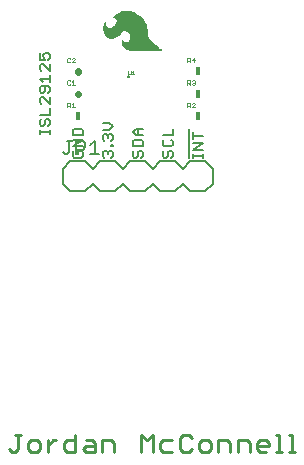
<source format=gbr>
G04 EAGLE Gerber RS-274X export*
G75*
%MOMM*%
%FSLAX34Y34*%
%LPD*%
%INSilkscreen Top*%
%IPPOS*%
%AMOC8*
5,1,8,0,0,1.08239X$1,22.5*%
G01*
%ADD10C,0.152400*%
%ADD11C,0.279400*%
%ADD12C,0.075000*%
%ADD13C,0.025400*%
%ADD14C,0.558800*%
%ADD15R,0.457200X0.762000*%
%ADD16C,0.203200*%
%ADD17C,0.127000*%

G36*
X110332Y119067D02*
X110332Y119067D01*
X110334Y119067D01*
X110334Y119068D01*
X110335Y119069D01*
X110333Y119072D01*
X110332Y119074D01*
X110133Y119174D01*
X109734Y119574D01*
X109733Y119574D01*
X109033Y120174D01*
X108133Y120874D01*
X107133Y121774D01*
X105933Y122774D01*
X104733Y123874D01*
X103433Y125074D01*
X102033Y126374D01*
X100733Y127474D01*
X99634Y128573D01*
X98734Y129573D01*
X98034Y130573D01*
X97535Y131672D01*
X97235Y132771D01*
X97235Y136670D01*
X97235Y136671D01*
X96935Y139071D01*
X96335Y141271D01*
X96334Y141272D01*
X96335Y141272D01*
X95435Y143272D01*
X95434Y143272D01*
X95434Y143273D01*
X94234Y145173D01*
X92934Y146873D01*
X92933Y146873D01*
X92933Y146874D01*
X91333Y148374D01*
X89533Y149774D01*
X89532Y149774D01*
X85832Y151674D01*
X85831Y151675D01*
X82231Y152675D01*
X82231Y152674D01*
X82230Y152675D01*
X82167Y152679D01*
X82166Y152679D01*
X82080Y152684D01*
X82079Y152684D01*
X81993Y152689D01*
X81992Y152689D01*
X81906Y152694D01*
X81905Y152694D01*
X81819Y152698D01*
X81819Y152699D01*
X81732Y152703D01*
X81645Y152708D01*
X81558Y152713D01*
X81471Y152718D01*
X81384Y152723D01*
X81297Y152728D01*
X81210Y152733D01*
X81123Y152738D01*
X81036Y152743D01*
X80949Y152748D01*
X80862Y152753D01*
X80775Y152758D01*
X80688Y152763D01*
X80601Y152768D01*
X80514Y152773D01*
X80428Y152778D01*
X80427Y152778D01*
X80341Y152783D01*
X80340Y152783D01*
X80254Y152788D01*
X80253Y152788D01*
X80167Y152793D01*
X80166Y152793D01*
X80080Y152798D01*
X80079Y152798D01*
X79993Y152803D01*
X79992Y152803D01*
X79906Y152808D01*
X79819Y152813D01*
X79732Y152818D01*
X79645Y152823D01*
X79558Y152828D01*
X79471Y152833D01*
X79384Y152838D01*
X79297Y152843D01*
X79210Y152848D01*
X79123Y152853D01*
X79036Y152857D01*
X79036Y152858D01*
X78949Y152862D01*
X78862Y152867D01*
X78775Y152872D01*
X78730Y152875D01*
X78729Y152875D01*
X75429Y152375D01*
X75429Y152374D01*
X75428Y152375D01*
X72628Y151375D01*
X72628Y151374D01*
X70228Y150074D01*
X70227Y150073D01*
X70226Y150074D01*
X68526Y148374D01*
X68526Y148373D01*
X67526Y146773D01*
X67526Y146772D01*
X67526Y146771D01*
X67525Y146771D01*
X67526Y146769D01*
X67527Y146766D01*
X67529Y146766D01*
X67530Y146765D01*
X68130Y146765D01*
X68131Y146765D01*
X68630Y146865D01*
X69229Y146765D01*
X69828Y146665D01*
X70327Y146366D01*
X70826Y145867D01*
X71125Y145169D01*
X71125Y144471D01*
X70925Y143771D01*
X70725Y143072D01*
X70326Y142273D01*
X69826Y141573D01*
X69326Y140873D01*
X68726Y140174D01*
X68227Y139674D01*
X67427Y139174D01*
X66828Y138775D01*
X66129Y138575D01*
X65530Y138475D01*
X64931Y138575D01*
X64432Y138775D01*
X63833Y139074D01*
X63333Y139474D01*
X62634Y140273D01*
X62235Y141072D01*
X62035Y141871D01*
X61935Y142770D01*
X61935Y144069D01*
X62035Y144469D01*
X62035Y144470D01*
X62035Y144570D01*
X62034Y144572D01*
X62033Y144574D01*
X62032Y144574D01*
X62031Y144575D01*
X62030Y144574D01*
X62030Y144575D01*
X62028Y144573D01*
X62026Y144573D01*
X61826Y144273D01*
X61326Y143573D01*
X60626Y142373D01*
X60626Y142372D01*
X60625Y142372D01*
X60025Y140872D01*
X60026Y140872D01*
X60025Y140871D01*
X59525Y139071D01*
X59526Y139071D01*
X59525Y139070D01*
X59425Y137070D01*
X59426Y137070D01*
X59425Y137069D01*
X59925Y134869D01*
X59926Y134868D01*
X61126Y132568D01*
X61126Y132567D01*
X62526Y130867D01*
X62527Y130867D01*
X62527Y130866D01*
X64127Y129766D01*
X64128Y129766D01*
X64128Y129765D01*
X65828Y129165D01*
X65829Y129166D01*
X65830Y129165D01*
X67530Y129165D01*
X67531Y129166D01*
X67531Y129165D01*
X69231Y129665D01*
X69232Y129666D01*
X71032Y130566D01*
X71033Y130566D01*
X72733Y131866D01*
X72733Y131867D01*
X72734Y131866D01*
X74434Y133566D01*
X75933Y134866D01*
X77431Y135565D01*
X78829Y135565D01*
X80127Y135166D01*
X81126Y134267D01*
X81925Y133068D01*
X82325Y131669D01*
X82325Y130071D01*
X82025Y128971D01*
X81726Y128073D01*
X81126Y127374D01*
X80527Y126774D01*
X79928Y126475D01*
X79229Y126275D01*
X78531Y126275D01*
X77932Y126474D01*
X77533Y126774D01*
X77134Y127173D01*
X76734Y127673D01*
X76434Y128073D01*
X76235Y128572D01*
X76234Y128572D01*
X75934Y129172D01*
X75933Y129173D01*
X75934Y129174D01*
X75834Y129274D01*
X75832Y129274D01*
X75831Y129275D01*
X75829Y129274D01*
X75827Y129274D01*
X75827Y129272D01*
X75825Y129270D01*
X75825Y129171D01*
X75725Y128872D01*
X75525Y128372D01*
X75526Y128371D01*
X75525Y128371D01*
X75425Y127671D01*
X75425Y127670D01*
X75425Y125870D01*
X75425Y125869D01*
X75625Y124869D01*
X75925Y123769D01*
X75926Y123768D01*
X75925Y123768D01*
X76325Y122768D01*
X76326Y122768D01*
X76326Y122767D01*
X76926Y121867D01*
X76927Y121867D01*
X76926Y121866D01*
X77726Y121066D01*
X77727Y121066D01*
X78627Y120366D01*
X78628Y120366D01*
X79728Y119766D01*
X79729Y119765D01*
X81129Y119365D01*
X82729Y119165D01*
X82730Y119165D01*
X84630Y119065D01*
X110330Y119065D01*
X110332Y119067D01*
G37*
D10*
X35215Y34464D02*
X33775Y33024D01*
X33775Y30143D01*
X35215Y28702D01*
X40977Y28702D01*
X42418Y30143D01*
X42418Y33024D01*
X40977Y34464D01*
X38096Y34464D01*
X38096Y31583D01*
X33775Y38057D02*
X42418Y38057D01*
X42418Y43819D02*
X33775Y38057D01*
X33775Y43819D02*
X42418Y43819D01*
X42418Y47412D02*
X33775Y47412D01*
X42418Y47412D02*
X42418Y51734D01*
X40977Y53175D01*
X35215Y53175D01*
X33775Y51734D01*
X33775Y47412D01*
X59175Y30143D02*
X60615Y28702D01*
X59175Y30143D02*
X59175Y33024D01*
X60615Y34464D01*
X62056Y34464D01*
X63496Y33024D01*
X63496Y31583D01*
X63496Y33024D02*
X64937Y34464D01*
X66377Y34464D01*
X67818Y33024D01*
X67818Y30143D01*
X66377Y28702D01*
X66377Y38057D02*
X67818Y38057D01*
X66377Y38057D02*
X66377Y39498D01*
X67818Y39498D01*
X67818Y38057D01*
X60615Y42735D02*
X59175Y44175D01*
X59175Y47056D01*
X60615Y48497D01*
X62056Y48497D01*
X63496Y47056D01*
X63496Y45616D01*
X63496Y47056D02*
X64937Y48497D01*
X66377Y48497D01*
X67818Y47056D01*
X67818Y44175D01*
X66377Y42735D01*
X64937Y52090D02*
X59175Y52090D01*
X64937Y52090D02*
X67818Y54971D01*
X64937Y57852D01*
X59175Y57852D01*
X84575Y33024D02*
X86015Y34464D01*
X84575Y33024D02*
X84575Y30143D01*
X86015Y28702D01*
X87456Y28702D01*
X88896Y30143D01*
X88896Y33024D01*
X90337Y34464D01*
X91777Y34464D01*
X93218Y33024D01*
X93218Y30143D01*
X91777Y28702D01*
X93218Y38057D02*
X84575Y38057D01*
X93218Y38057D02*
X93218Y42379D01*
X91777Y43819D01*
X86015Y43819D01*
X84575Y42379D01*
X84575Y38057D01*
X87456Y47412D02*
X93218Y47412D01*
X87456Y47412D02*
X84575Y50294D01*
X87456Y53175D01*
X93218Y53175D01*
X88896Y53175D02*
X88896Y47412D01*
X109975Y33024D02*
X111415Y34464D01*
X109975Y33024D02*
X109975Y30143D01*
X111415Y28702D01*
X112856Y28702D01*
X114296Y30143D01*
X114296Y33024D01*
X115737Y34464D01*
X117177Y34464D01*
X118618Y33024D01*
X118618Y30143D01*
X117177Y28702D01*
X109975Y42379D02*
X111415Y43819D01*
X109975Y42379D02*
X109975Y39498D01*
X111415Y38057D01*
X117177Y38057D01*
X118618Y39498D01*
X118618Y42379D01*
X117177Y43819D01*
X118618Y47412D02*
X109975Y47412D01*
X118618Y47412D02*
X118618Y53175D01*
X132334Y52887D02*
X132334Y27940D01*
X144018Y28702D02*
X144018Y31583D01*
X144018Y30143D02*
X135375Y30143D01*
X135375Y31583D02*
X135375Y28702D01*
X135375Y34939D02*
X144018Y34939D01*
X144018Y40701D02*
X135375Y34939D01*
X135375Y40701D02*
X144018Y40701D01*
X144018Y47175D02*
X135375Y47175D01*
X135375Y44294D02*
X135375Y50056D01*
D11*
X-20193Y-218353D02*
X-17693Y-220853D01*
X-15193Y-220853D01*
X-12694Y-218353D01*
X-12694Y-205854D01*
X-15193Y-205854D02*
X-10194Y-205854D01*
X-1322Y-220853D02*
X3678Y-220853D01*
X6178Y-218353D01*
X6178Y-213354D01*
X3678Y-210854D01*
X-1322Y-210854D01*
X-3821Y-213354D01*
X-3821Y-218353D01*
X-1322Y-220853D01*
X12550Y-220853D02*
X12550Y-210854D01*
X12550Y-215853D02*
X17550Y-210854D01*
X20050Y-210854D01*
X36192Y-205854D02*
X36192Y-220853D01*
X28693Y-220853D01*
X26193Y-218353D01*
X26193Y-213354D01*
X28693Y-210854D01*
X36192Y-210854D01*
X45064Y-210854D02*
X50064Y-210854D01*
X52564Y-213354D01*
X52564Y-220853D01*
X45064Y-220853D01*
X42565Y-218353D01*
X45064Y-215853D01*
X52564Y-215853D01*
X58936Y-210854D02*
X58936Y-220853D01*
X58936Y-210854D02*
X66436Y-210854D01*
X68935Y-213354D01*
X68935Y-220853D01*
X91679Y-220853D02*
X91679Y-205854D01*
X96679Y-210854D01*
X101679Y-205854D01*
X101679Y-220853D01*
X110551Y-210854D02*
X118050Y-210854D01*
X110551Y-210854D02*
X108051Y-213354D01*
X108051Y-218353D01*
X110551Y-220853D01*
X118050Y-220853D01*
X131922Y-205854D02*
X134422Y-208354D01*
X131922Y-205854D02*
X126922Y-205854D01*
X124422Y-208354D01*
X124422Y-218353D01*
X126922Y-220853D01*
X131922Y-220853D01*
X134422Y-218353D01*
X143294Y-220853D02*
X148293Y-220853D01*
X150793Y-218353D01*
X150793Y-213354D01*
X148293Y-210854D01*
X143294Y-210854D01*
X140794Y-213354D01*
X140794Y-218353D01*
X143294Y-220853D01*
X157166Y-220853D02*
X157166Y-210854D01*
X164665Y-210854D01*
X167165Y-213354D01*
X167165Y-220853D01*
X173537Y-220853D02*
X173537Y-210854D01*
X181037Y-210854D01*
X183536Y-213354D01*
X183536Y-220853D01*
X192409Y-220853D02*
X197408Y-220853D01*
X192409Y-220853D02*
X189909Y-218353D01*
X189909Y-213354D01*
X192409Y-210854D01*
X197408Y-210854D01*
X199908Y-213354D01*
X199908Y-215853D01*
X189909Y-215853D01*
X206280Y-205854D02*
X208780Y-205854D01*
X208780Y-220853D01*
X206280Y-220853D02*
X211280Y-220853D01*
X217195Y-205854D02*
X219694Y-205854D01*
X219694Y-220853D01*
X217195Y-220853D02*
X222194Y-220853D01*
D10*
X14478Y49022D02*
X14478Y51903D01*
X14478Y50463D02*
X5835Y50463D01*
X5835Y51903D02*
X5835Y49022D01*
X5835Y59580D02*
X7275Y61021D01*
X5835Y59580D02*
X5835Y56699D01*
X7275Y55259D01*
X8716Y55259D01*
X10156Y56699D01*
X10156Y59580D01*
X11597Y61021D01*
X13037Y61021D01*
X14478Y59580D01*
X14478Y56699D01*
X13037Y55259D01*
X14478Y64614D02*
X5835Y64614D01*
X14478Y64614D02*
X14478Y70376D01*
X14478Y73969D02*
X14478Y79731D01*
X14478Y73969D02*
X8716Y79731D01*
X7275Y79731D01*
X5835Y78291D01*
X5835Y75410D01*
X7275Y73969D01*
X13037Y83324D02*
X14478Y84765D01*
X14478Y87646D01*
X13037Y89087D01*
X7275Y89087D01*
X5835Y87646D01*
X5835Y84765D01*
X7275Y83324D01*
X8716Y83324D01*
X10156Y84765D01*
X10156Y89087D01*
X8716Y92680D02*
X5835Y95561D01*
X14478Y95561D01*
X14478Y92680D02*
X14478Y98442D01*
X14478Y102035D02*
X14478Y107797D01*
X14478Y102035D02*
X8716Y107797D01*
X7275Y107797D01*
X5835Y106356D01*
X5835Y103475D01*
X7275Y102035D01*
X5835Y111390D02*
X5835Y117152D01*
X5835Y111390D02*
X10156Y111390D01*
X8716Y114271D01*
X8716Y115712D01*
X10156Y117152D01*
X13037Y117152D01*
X14478Y115712D01*
X14478Y112830D01*
X13037Y111390D01*
D12*
X79650Y97400D02*
X79652Y97454D01*
X79658Y97508D01*
X79668Y97561D01*
X79681Y97614D01*
X79698Y97665D01*
X79719Y97715D01*
X79744Y97763D01*
X79772Y97810D01*
X79803Y97854D01*
X79837Y97896D01*
X79874Y97935D01*
X79914Y97972D01*
X79957Y98005D01*
X80002Y98036D01*
X80049Y98063D01*
X80097Y98086D01*
X80148Y98106D01*
X80199Y98123D01*
X80252Y98135D01*
X80305Y98144D01*
X80359Y98149D01*
X80414Y98150D01*
X80468Y98147D01*
X80521Y98140D01*
X80574Y98129D01*
X80627Y98115D01*
X80678Y98097D01*
X80727Y98075D01*
X80775Y98050D01*
X80821Y98021D01*
X80865Y97989D01*
X80906Y97954D01*
X80944Y97916D01*
X80980Y97875D01*
X81013Y97832D01*
X81043Y97787D01*
X81069Y97739D01*
X81092Y97690D01*
X81111Y97639D01*
X81126Y97588D01*
X81138Y97535D01*
X81146Y97481D01*
X81150Y97427D01*
X81150Y97373D01*
X81146Y97319D01*
X81138Y97265D01*
X81126Y97212D01*
X81111Y97161D01*
X81092Y97110D01*
X81069Y97061D01*
X81043Y97013D01*
X81013Y96968D01*
X80980Y96925D01*
X80944Y96884D01*
X80906Y96846D01*
X80865Y96811D01*
X80821Y96779D01*
X80775Y96750D01*
X80727Y96725D01*
X80678Y96703D01*
X80627Y96685D01*
X80574Y96671D01*
X80521Y96660D01*
X80468Y96653D01*
X80414Y96650D01*
X80359Y96651D01*
X80305Y96656D01*
X80252Y96665D01*
X80199Y96677D01*
X80148Y96694D01*
X80097Y96714D01*
X80049Y96737D01*
X80002Y96764D01*
X79957Y96795D01*
X79914Y96828D01*
X79874Y96865D01*
X79837Y96904D01*
X79803Y96946D01*
X79772Y96990D01*
X79744Y97037D01*
X79719Y97085D01*
X79698Y97135D01*
X79681Y97186D01*
X79668Y97239D01*
X79658Y97292D01*
X79652Y97346D01*
X79650Y97400D01*
D13*
X81027Y99493D02*
X81027Y101823D01*
X81027Y99493D02*
X81493Y99027D01*
X82425Y99027D01*
X82891Y99493D01*
X82891Y101823D01*
X83834Y100891D02*
X84766Y101823D01*
X84766Y99027D01*
X83834Y99027D02*
X85698Y99027D01*
D14*
X38100Y82855D02*
X38100Y82245D01*
D13*
X31879Y93475D02*
X31244Y94110D01*
X29973Y94110D01*
X29337Y93475D01*
X29337Y90933D01*
X29973Y90297D01*
X31244Y90297D01*
X31879Y90933D01*
X33079Y92839D02*
X34350Y94110D01*
X34350Y90297D01*
X33079Y90297D02*
X35621Y90297D01*
D14*
X38100Y101295D02*
X38100Y101905D01*
D13*
X31879Y112525D02*
X31244Y113160D01*
X29973Y113160D01*
X29337Y112525D01*
X29337Y109983D01*
X29973Y109347D01*
X31244Y109347D01*
X31879Y109983D01*
X33079Y109347D02*
X35621Y109347D01*
X33079Y109347D02*
X35621Y111889D01*
X35621Y112525D01*
X34986Y113160D01*
X33715Y113160D01*
X33079Y112525D01*
D15*
X38100Y63500D03*
D13*
X29337Y71247D02*
X29337Y75060D01*
X31244Y75060D01*
X31879Y74425D01*
X31879Y73154D01*
X31244Y72518D01*
X29337Y72518D01*
X30608Y72518D02*
X31879Y71247D01*
X33079Y73789D02*
X34350Y75060D01*
X34350Y71247D01*
X33079Y71247D02*
X35621Y71247D01*
D15*
X139700Y63500D03*
D13*
X130937Y71247D02*
X130937Y75060D01*
X132844Y75060D01*
X133479Y74425D01*
X133479Y73154D01*
X132844Y72518D01*
X130937Y72518D01*
X132208Y72518D02*
X133479Y71247D01*
X134679Y71247D02*
X137221Y71247D01*
X134679Y71247D02*
X137221Y73789D01*
X137221Y74425D01*
X136586Y75060D01*
X135315Y75060D01*
X134679Y74425D01*
D15*
X139700Y82550D03*
D13*
X130937Y90297D02*
X130937Y94110D01*
X132844Y94110D01*
X133479Y93475D01*
X133479Y92204D01*
X132844Y91568D01*
X130937Y91568D01*
X132208Y91568D02*
X133479Y90297D01*
X134679Y93475D02*
X135315Y94110D01*
X136586Y94110D01*
X137221Y93475D01*
X137221Y92839D01*
X136586Y92204D01*
X135950Y92204D01*
X136586Y92204D02*
X137221Y91568D01*
X137221Y90933D01*
X136586Y90297D01*
X135315Y90297D01*
X134679Y90933D01*
D15*
X139700Y101600D03*
D13*
X130937Y109347D02*
X130937Y113160D01*
X132844Y113160D01*
X133479Y112525D01*
X133479Y111254D01*
X132844Y110618D01*
X130937Y110618D01*
X132208Y110618D02*
X133479Y109347D01*
X136586Y109347D02*
X136586Y113160D01*
X134679Y111254D01*
X137221Y111254D01*
D16*
X120650Y25400D02*
X107950Y25400D01*
X120650Y25400D02*
X127000Y19050D01*
X127000Y6350D02*
X120650Y0D01*
X127000Y19050D02*
X133350Y25400D01*
X146050Y25400D01*
X152400Y19050D01*
X152400Y6350D02*
X146050Y0D01*
X133350Y0D01*
X127000Y6350D01*
X82550Y25400D02*
X76200Y19050D01*
X82550Y25400D02*
X95250Y25400D01*
X101600Y19050D01*
X101600Y6350D02*
X95250Y0D01*
X82550Y0D01*
X76200Y6350D01*
X101600Y19050D02*
X107950Y25400D01*
X101600Y6350D02*
X107950Y0D01*
X120650Y0D01*
X44450Y25400D02*
X31750Y25400D01*
X44450Y25400D02*
X50800Y19050D01*
X50800Y6350D02*
X44450Y0D01*
X50800Y19050D02*
X57150Y25400D01*
X69850Y25400D01*
X76200Y19050D01*
X76200Y6350D02*
X69850Y0D01*
X57150Y0D01*
X50800Y6350D01*
X25400Y6350D02*
X25400Y19050D01*
X31750Y25400D01*
X25400Y6350D02*
X31750Y0D01*
X44450Y0D01*
X152400Y6350D02*
X152400Y19050D01*
D17*
X27180Y31623D02*
X25273Y33530D01*
X27180Y31623D02*
X29086Y31623D01*
X30993Y33530D01*
X30993Y43063D01*
X29086Y43063D02*
X32900Y43063D01*
X36967Y43063D02*
X36967Y31623D01*
X36967Y43063D02*
X42687Y43063D01*
X44593Y41156D01*
X44593Y37343D01*
X42687Y35436D01*
X36967Y35436D01*
X48661Y39250D02*
X52474Y43063D01*
X52474Y31623D01*
X48661Y31623D02*
X56287Y31623D01*
M02*

</source>
